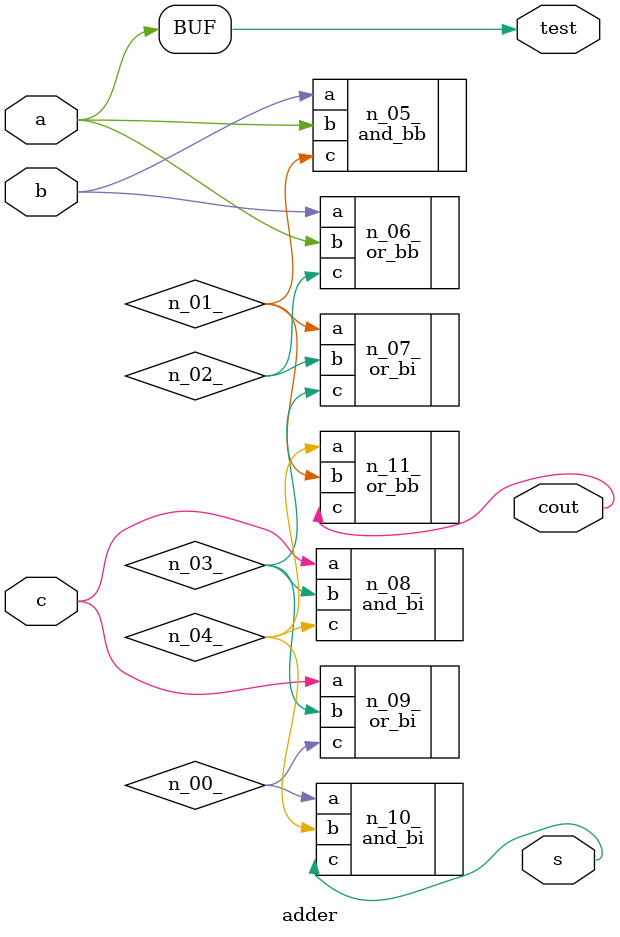
<source format=v>
module adder(a, b, c, cout, s, test);
  wire n_00_;
  wire n_01_;
  wire n_02_;
  wire n_03_;
  wire n_04_;
  input a;
  input b;
  input c;
  output cout;
  output s;
  output test;
  and_bb n_05_ (
    .a(b),
    .b(a),
    .c(n_01_)
  );
  or_bb n_06_ (
    .a(b),
    .b(a),
    .c(n_02_)
  );
  or_bi n_07_ (
    .a(n_01_),
    .b(n_02_),
    .c(n_03_)
  );
  and_bi n_08_ (
    .a(c),
    .b(n_03_),
    .c(n_04_)
  );
  or_bi n_09_ (
    .a(c),
    .b(n_03_),
    .c(n_00_)
  );
  and_bi n_10_ (
    .a(n_00_),
    .b(n_04_),
    .c(s)
  );
  or_bb n_11_ (
    .a(n_04_),
    .b(n_01_),
    .c(cout)
  );
  assign test = a;
endmodule

</source>
